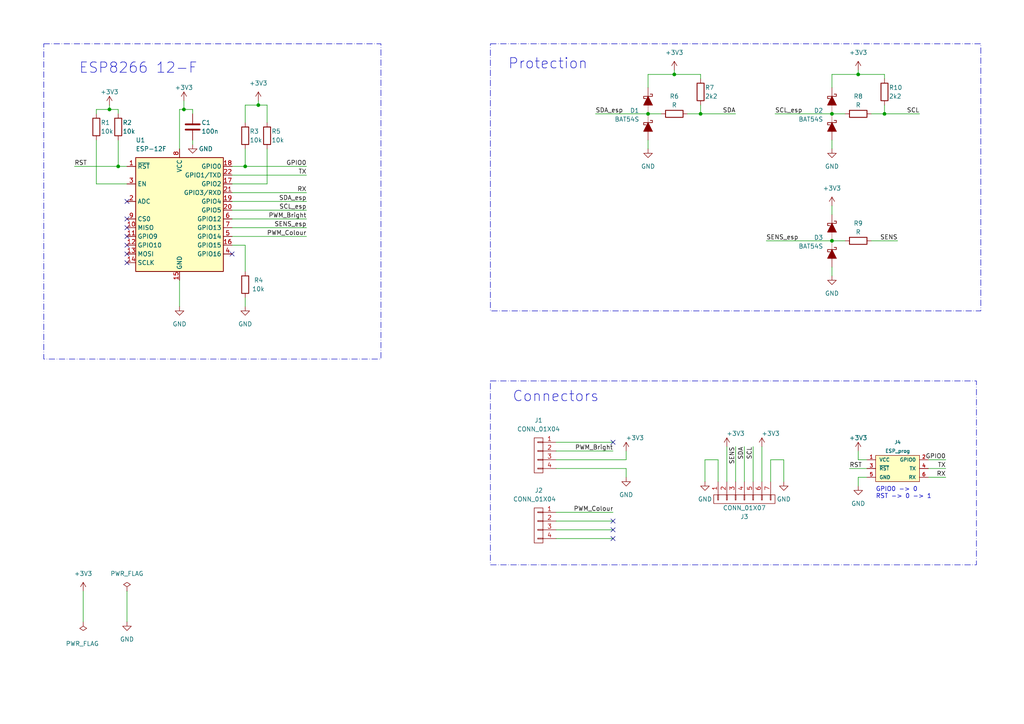
<source format=kicad_sch>
(kicad_sch (version 20230121) (generator eeschema)
  (paper "A4")
  (title_block (title "LVL Light Control Board + ESP8266 - 12F") (date "2023-06-11") (rev "2.0.0"))
  (lib_symbols
    (symbol "Device:C" (pin_numbers hide) (pin_names (offset 0.254))
      (property "Reference" "C" (at 0.635 2.54 0))
      (property "Value" "C" (at 0.635 -2.54 0))
      (symbol "C_0_1"
        (polyline (pts (xy -2.032 -0.762) (xy 2.032 -0.762)) (stroke (width 0.508)))
        (polyline (pts (xy -2.032 0.762) (xy 2.032 0.762)) (stroke (width 0.508)))
      )
      (symbol "C_1_1"
        (pin passive line (at 0 3.81 270) (length 2.794) (name "~") (number "1"))
        (pin passive line (at 0 -3.81 90) (length 2.794) (name "~") (number "2"))
      )
    )
    (symbol "Device:R" (pin_numbers hide) (pin_names (offset 0))
      (property "Reference" "R" (at 2.032 0 90))
      (property "Value" "R" (at 0 0 90))
      (symbol "R_0_1"
        (rectangle (start -1.016 -2.54) (end 1.016 2.54) (stroke (width 0.254)))
      )
      (symbol "R_1_1"
        (pin passive line (at 0 3.81 270) (length 1.27) (name "~") (number "1"))
        (pin passive line (at 0 -3.81 90) (length 1.27) (name "~") (number "2"))
      )
    )
    (symbol "RF_Module:ESP-12F"
      (property "Reference" "U" (at -12.7 19.05 0))
      (property "Value" "ESP-12F" (at 12.7 19.05 0))
      (symbol "ESP-12F_0_1"
        (rectangle (start -12.7 17.78) (end 12.7 -15.24) (stroke (width 0.254)) (fill (type background)))
      )
      (symbol "ESP-12F_1_1"
        (pin input line (at -15.24 15.24 0) (length 2.54) (name "~{RST}") (number "1"))
        (pin bidirectional line (at -15.24 -2.54 0) (length 2.54) (name "MISO") (number "10"))
        (pin bidirectional line (at -15.24 -5.08 0) (length 2.54) (name "GPIO9") (number "11"))
        (pin bidirectional line (at -15.24 -7.62 0) (length 2.54) (name "GPIO10") (number "12"))
        (pin bidirectional line (at -15.24 -10.16 0) (length 2.54) (name "MOSI") (number "13"))
        (pin bidirectional line (at -15.24 -12.7 0) (length 2.54) (name "SCLK") (number "14"))
        (pin power_in line (at 0 -17.78 90) (length 2.54) (name "GND") (number "15"))
        (pin bidirectional line (at 15.24 -7.62 180) (length 2.54) (name "GPIO15") (number "16"))
        (pin bidirectional line (at 15.24 10.16 180) (length 2.54) (name "GPIO2") (number "17"))
        (pin bidirectional line (at 15.24 15.24 180) (length 2.54) (name "GPIO0") (number "18"))
        (pin bidirectional line (at 15.24 5.08 180) (length 2.54) (name "GPIO4") (number "19"))
        (pin input line (at -15.24 5.08 0) (length 2.54) (name "ADC") (number "2"))
        (pin bidirectional line (at 15.24 2.54 180) (length 2.54) (name "GPIO5") (number "20"))
        (pin bidirectional line (at 15.24 7.62 180) (length 2.54) (name "GPIO3/RXD") (number "21"))
        (pin bidirectional line (at 15.24 12.7 180) (length 2.54) (name "GPIO1/TXD") (number "22"))
        (pin input line (at -15.24 10.16 0) (length 2.54) (name "EN") (number "3"))
        (pin bidirectional line (at 15.24 -10.16 180) (length 2.54) (name "GPIO16") (number "4"))
        (pin bidirectional line (at 15.24 -5.08 180) (length 2.54) (name "GPIO14") (number "5"))
        (pin bidirectional line (at 15.24 0 180) (length 2.54) (name "GPIO12") (number "6"))
        (pin bidirectional line (at 15.24 -2.54 180) (length 2.54) (name "GPIO13") (number "7"))
        (pin power_in line (at 0 20.32 270) (length 2.54) (name "VCC") (number "8"))
        (pin input line (at -15.24 0 0) (length 2.54) (name "CS0") (number "9"))
      )
    )
    (symbol "connectors:CONN_01X04" (pin_names (offset 1.016) hide)
      (property "Reference" "J" (at 0 6.35 0))
      (property "Value" "CONN_01X04" (at 2.54 0 90))
      (symbol "CONN_01X04_0_1"
        (rectangle (start -1.27 -3.683) (end 0.254 -3.937))
        (rectangle (start -1.27 -1.143) (end 0.254 -1.397))
        (rectangle (start -1.27 1.397) (end 0.254 1.143))
        (rectangle (start -1.27 3.937) (end 0.254 3.683))
        (rectangle (start -1.27 5.08) (end 1.27 -5.08))
      )
      (symbol "CONN_01X04_1_1"
        (pin passive line (at -5.08 3.81 0) (length 3.81) (name "P1") (number "1"))
        (pin passive line (at -5.08 1.27 0) (length 3.81) (name "P2") (number "2"))
        (pin passive line (at -5.08 -1.27 0) (length 3.81) (name "P3") (number "3"))
        (pin passive line (at -5.08 -3.81 0) (length 3.81) (name "P4") (number "4"))
      )
    )
    (symbol "connectors:CONN_01X07" (pin_names (offset 1.016) hide)
      (property "Reference" "J" (at 0 8.89 0))
      (property "Value" "CONN_01X07" (at 2.54 0 90))
      (symbol "CONN_01X07_0_1"
        (rectangle (start -1.27 -6.223) (end 0.254 -6.477))
        (rectangle (start -1.27 -3.683) (end 0.254 -3.937))
        (rectangle (start -1.27 -1.143) (end 0.254 -1.397))
        (rectangle (start -1.27 1.397) (end 0.254 1.143))
        (rectangle (start -1.27 3.937) (end 0.254 3.683))
        (rectangle (start -1.27 6.477) (end 0.254 6.223))
      )
      (symbol "CONN_01X07_1_1"
        (rectangle (start -1.27 -8.763) (end 0.254 -9.017))
        (rectangle (start -1.27 7.62) (end 1.27 -10.16))
        (pin passive line (at -5.08 6.35 0) (length 3.81) (name "P1") (number "1"))
        (pin passive line (at -5.08 3.81 0) (length 3.81) (name "P2") (number "2"))
        (pin passive line (at -5.08 1.27 0) (length 3.81) (name "P3") (number "3"))
        (pin passive line (at -5.08 -1.27 0) (length 3.81) (name "P4") (number "4"))
        (pin passive line (at -5.08 -3.81 0) (length 3.81) (name "P5") (number "5"))
        (pin passive line (at -5.08 -6.35 0) (length 3.81) (name "6") (number "6"))
        (pin passive line (at -5.08 -8.89 0) (length 3.81) (name "7") (number "7"))
      )
    )
    (symbol "diode_fast:BAT54S" (pin_numbers hide) (pin_names (offset 1.016) hide)
      (property "Reference" "D" (at 0 -6.35 0))
      (property "Value" "BAT54S" (at 0 -3.81 0))
      (symbol "BAT54S_0_1"
        (polyline (pts (xy -2.54 0) (xy -5.08 0)))
        (polyline (pts (xy 0 0) (xy 2.54 0)) (stroke (width 0.0005)))
        (polyline (pts (xy 5.08 0) (xy 2.54 0)))
        (polyline (pts (xy -2.54 0) (xy 0 0) (xy 0 0)) (stroke (width 0.0005)))
        (polyline (pts (xy -2.54 1.27) (xy -2.54 -1.27) (xy -5.08 0) (xy -2.54 1.27)) (stroke (width 0.2032)) (fill (type outline)))
        (polyline (pts (xy 5.08 1.27) (xy 5.08 -1.27) (xy 2.54 0) (xy 5.08 1.27)) (stroke (width 0.2032)) (fill (type outline)))
        (polyline (pts (xy -5.715 0.635) (xy -5.715 1.27) (xy -5.08 1.27) (xy -5.08 -1.27) (xy -4.445 -1.27) (xy -4.445 -0.635)) (stroke (width 0.2032)))
        (polyline (pts (xy 1.905 0.635) (xy 1.905 1.27) (xy 2.54 1.27) (xy 2.54 -1.27) (xy 3.175 -1.27) (xy 3.175 -0.635)) (stroke (width 0.2032)))
        (circle (center 0 0) (radius 0.127) (stroke (width 0.3)))
      )
      (symbol "BAT54S_1_1"
        (pin passive line (at 7.62 0 180) (length 2.54) (name "A") (number "1"))
        (pin passive line (at -7.62 0 0) (length 2.54) (name "C") (number "2"))
        (pin passive line (at 0 0 270) (length 0) (name "C") (number "3"))
      )
    )
    (symbol "others:ESP_prog" (pin_names (offset 1.016))
      (property "Reference" "J" (at -6.35 -5.08 0))
      (property "Value" "ESP_prog" (at 0 5.08 0))
      (symbol "ESP_prog_0_1"
        (rectangle (start -6.35 3.81) (end 6.35 -3.81) (fill (type background)))
      )
      (symbol "ESP_prog_1_1"
        (pin passive line (at -8.89 2.54 0) (length 2.54) (name "VCC") (number "1"))
        (pin passive line (at 8.89 2.54 180) (length 2.54) (name "GPIO0") (number "2"))
        (pin passive line (at -8.89 0 0) (length 2.54) (name "~{RST}") (number "3"))
        (pin passive line (at 8.89 0 180) (length 2.54) (name "TX") (number "4"))
        (pin passive line (at -8.89 -2.54 0) (length 2.54) (name "GND") (number "5"))
        (pin passive line (at 8.89 -2.54 180) (length 2.54) (name "RX") (number "6"))
      )
    )
    (symbol "power:+3V3" (power) (pin_names (offset 0))
      (property "Value" "+3V3" (at 0 3.556 0))
      (symbol "+3V3_0_1"
        (polyline (pts (xy -0.762 1.27) (xy 0 2.54)))
        (polyline (pts (xy 0 0) (xy 0 2.54)))
        (polyline (pts (xy 0 2.54) (xy 0.762 1.27)))
      )
      (symbol "+3V3_1_1"
        (pin power_in line (at 0 0 90) (length 0) hide (name "+3V3") (number "1"))
      )
    )
    (symbol "power:GND" (power) (pin_names (offset 0))
      (property "Value" "GND" (at 0 -3.81 0))
      (symbol "GND_0_1"
        (polyline (pts (xy 0 0) (xy 0 -1.27) (xy 1.27 -1.27) (xy 0 -2.54) (xy -1.27 -1.27) (xy 0 -1.27)))
      )
      (symbol "GND_1_1"
        (pin power_in line (at 0 0 270) (length 0) hide (name "GND") (number "1"))
      )
    )
    (symbol "power:PWR_FLAG" (power) (pin_numbers hide) (pin_names (offset 0) hide)
      (property "Value" "PWR_FLAG" (at 0 3.81 0))
      (symbol "PWR_FLAG_0_0"
        (pin power_out line (at 0 0 90) (length 0) (name "pwr") (number "1"))
      )
      (symbol "PWR_FLAG_0_1"
        (polyline (pts (xy 0 0) (xy 0 1.27) (xy -1.016 1.905) (xy 0 2.54) (xy 1.016 1.905) (xy 0 1.27)))
      )
    )
    (symbol "resistors_0603:10k" (pin_numbers hide) (pin_names (offset 0))
      (property "Reference" "R" (at 0 2.032 0))
      (property "Value" "10k" (at 0 0 0))
      (symbol "10k_0_1"
        (rectangle (start 2.54 -1.016) (end -2.54 1.016) (stroke (width 0.254)))
      )
      (symbol "10k_1_1"
        (pin passive line (at -3.81 0 0) (length 1.27) (name "~") (number "1"))
        (pin passive line (at 3.81 0 180) (length 1.27) (name "~") (number "2"))
      )
    )
  )
  (junction (at 74.93 30.48))
  (junction (at 203.2 33.02))
  (junction (at 31.75 31.75))
  (junction (at 241.3 33.02))
  (junction (at 34.29 48.26))
  (junction (at 195.58 21.59))
  (junction (at 71.12 48.26))
  (junction (at 53.34 31.75))
  (junction (at 241.3 69.85))
  (junction (at 187.96 33.02))
  (junction (at 256.54 33.02))
  (junction (at 248.92 21.59))
  (no_connect (at 177.8 156.21))
  (no_connect (at 177.8 153.67))
  (no_connect (at 177.8 151.13))
  (no_connect (at 177.8 128.27))
  (no_connect (at 67.31 73.66))
  (no_connect (at 36.83 71.12))
  (no_connect (at 36.83 66.04))
  (no_connect (at 36.83 73.66))
  (no_connect (at 36.83 58.42))
  (no_connect (at 36.83 76.2))
  (no_connect (at 36.83 68.58))
  (no_connect (at 36.83 63.5))
  (wire (pts (xy 248.92 138.43) (xy 251.46 138.43)))
  (wire (pts (xy 215.9 129.54) (xy 215.9 139.7)))
  (wire (pts (xy 161.29 156.21) (xy 177.8 156.21)))
  (wire (pts (xy 36.83 171.45) (xy 36.83 180.34)))
  (wire (pts (xy 67.31 53.34) (xy 77.47 53.34)))
  (wire (pts (xy 161.29 135.89) (xy 181.61 135.89)))
  (wire (pts (xy 52.07 81.28) (xy 52.07 88.9)))
  (wire (pts (xy 251.46 133.35) (xy 248.92 133.35)))
  (wire (pts (xy 67.31 60.96) (xy 88.9 60.96)))
  (wire (pts (xy 55.88 33.02) (xy 55.88 31.75)))
  (wire (pts (xy 208.28 133.35) (xy 204.47 133.35)))
  (wire (pts (xy 269.24 138.43) (xy 274.32 138.43)))
  (wire (pts (xy 34.29 48.26) (xy 36.83 48.26)))
  (wire (pts (xy 27.94 33.02) (xy 27.94 31.75)))
  (wire (pts (xy 161.29 130.81) (xy 177.8 130.81)))
  (wire (pts (xy 224.79 33.02) (xy 241.3 33.02)))
  (wire (pts (xy 27.94 53.34) (xy 36.83 53.34)))
  (wire (pts (xy 31.75 31.75) (xy 34.29 31.75)))
  (wire (pts (xy 181.61 135.89) (xy 181.61 138.43)))
  (wire (pts (xy 199.39 33.02) (xy 203.2 33.02)))
  (wire (pts (xy 161.29 151.13) (xy 177.8 151.13)))
  (wire (pts (xy 161.29 153.67) (xy 177.8 153.67)))
  (wire (pts (xy 227.33 133.35) (xy 227.33 139.7)))
  (wire (pts (xy 213.36 129.54) (xy 213.36 139.7)))
  (wire (pts (xy 21.59 48.26) (xy 34.29 48.26)))
  (wire (pts (xy 161.29 133.35) (xy 181.61 133.35)))
  (wire (pts (xy 223.52 139.7) (xy 223.52 133.35)))
  (wire (pts (xy 27.94 40.64) (xy 27.94 53.34)))
  (wire (pts (xy 241.3 40.64) (xy 241.3 43.18)))
  (wire (pts (xy 256.54 30.48) (xy 256.54 33.02)))
  (wire (pts (xy 256.54 33.02) (xy 266.7 33.02)))
  (wire (pts (xy 241.3 77.47) (xy 241.3 80.01)))
  (wire (pts (xy 241.3 21.59) (xy 248.92 21.59)))
  (wire (pts (xy 74.93 29.21) (xy 74.93 30.48)))
  (wire (pts (xy 55.88 40.64) (xy 55.88 41.91)))
  (wire (pts (xy 210.82 129.54) (xy 210.82 139.7)))
  (wire (pts (xy 187.96 21.59) (xy 187.96 25.4)))
  (wire (pts (xy 71.12 48.26) (xy 71.12 43.18)))
  (wire (pts (xy 256.54 21.59) (xy 256.54 22.86)))
  (wire (pts (xy 195.58 21.59) (xy 203.2 21.59)))
  (wire (pts (xy 67.31 63.5) (xy 88.9 63.5)))
  (wire (pts (xy 71.12 30.48) (xy 71.12 35.56)))
  (wire (pts (xy 77.47 30.48) (xy 77.47 35.56)))
  (wire (pts (xy 71.12 48.26) (xy 88.9 48.26)))
  (wire (pts (xy 67.31 55.88) (xy 88.9 55.88)))
  (wire (pts (xy 67.31 66.04) (xy 88.9 66.04)))
  (wire (pts (xy 53.34 31.75) (xy 55.88 31.75)))
  (wire (pts (xy 31.75 30.48) (xy 31.75 31.75)))
  (wire (pts (xy 269.24 133.35) (xy 274.32 133.35)))
  (wire (pts (xy 27.94 31.75) (xy 31.75 31.75)))
  (wire (pts (xy 24.13 171.45) (xy 24.13 180.34)))
  (wire (pts (xy 181.61 130.81) (xy 181.61 133.35)))
  (wire (pts (xy 195.58 20.32) (xy 195.58 21.59)))
  (wire (pts (xy 218.44 129.54) (xy 218.44 139.7)))
  (wire (pts (xy 252.73 69.85) (xy 260.35 69.85)))
  (wire (pts (xy 34.29 40.64) (xy 34.29 48.26)))
  (wire (pts (xy 53.34 29.21) (xy 53.34 31.75)))
  (wire (pts (xy 241.3 33.02) (xy 245.11 33.02)))
  (wire (pts (xy 67.31 71.12) (xy 71.12 71.12)))
  (wire (pts (xy 220.98 129.54) (xy 220.98 139.7)))
  (wire (pts (xy 222.25 69.85) (xy 241.3 69.85)))
  (wire (pts (xy 67.31 50.8) (xy 88.9 50.8)))
  (wire (pts (xy 187.96 40.64) (xy 187.96 43.18)))
  (wire (pts (xy 172.72 33.02) (xy 187.96 33.02)))
  (wire (pts (xy 241.3 59.69) (xy 241.3 62.23)))
  (wire (pts (xy 161.29 148.59) (xy 177.8 148.59)))
  (wire (pts (xy 241.3 21.59) (xy 241.3 25.4)))
  (wire (pts (xy 52.07 31.75) (xy 52.07 43.18)))
  (wire (pts (xy 161.29 128.27) (xy 177.8 128.27)))
  (wire (pts (xy 252.73 33.02) (xy 256.54 33.02)))
  (wire (pts (xy 71.12 71.12) (xy 71.12 78.74)))
  (wire (pts (xy 67.31 48.26) (xy 71.12 48.26)))
  (wire (pts (xy 203.2 21.59) (xy 203.2 22.86)))
  (wire (pts (xy 248.92 130.81) (xy 248.92 133.35)))
  (wire (pts (xy 77.47 30.48) (xy 74.93 30.48)))
  (wire (pts (xy 67.31 58.42) (xy 88.9 58.42)))
  (wire (pts (xy 34.29 33.02) (xy 34.29 31.75)))
  (wire (pts (xy 223.52 133.35) (xy 227.33 133.35)))
  (wire (pts (xy 52.07 31.75) (xy 53.34 31.75)))
  (wire (pts (xy 246.38 135.89) (xy 251.46 135.89)))
  (wire (pts (xy 248.92 20.32) (xy 248.92 21.59)))
  (wire (pts (xy 203.2 33.02) (xy 213.36 33.02)))
  (wire (pts (xy 204.47 133.35) (xy 204.47 139.7)))
  (wire (pts (xy 71.12 86.36) (xy 71.12 88.9)))
  (wire (pts (xy 77.47 53.34) (xy 77.47 43.18)))
  (wire (pts (xy 74.93 30.48) (xy 71.12 30.48)))
  (wire (pts (xy 248.92 21.59) (xy 256.54 21.59)))
  (wire (pts (xy 187.96 33.02) (xy 191.77 33.02)))
  (wire (pts (xy 269.24 135.89) (xy 274.32 135.89)))
  (wire (pts (xy 67.31 68.58) (xy 88.9 68.58)))
  (wire (pts (xy 208.28 139.7) (xy 208.28 133.35)))
  (wire (pts (xy 203.2 30.48) (xy 203.2 33.02)))
  (wire (pts (xy 187.96 21.59) (xy 195.58 21.59)))
  (wire (pts (xy 241.3 69.85) (xy 245.11 69.85)))
  (wire (pts (xy 248.92 140.97) (xy 248.92 138.43)))
  (rectangle (start 142.24 12.7) (end 284.48 90.17) (stroke (width 0) (type dash_dot)))
  (rectangle (start 12.7 12.7) (end 110.49 104.14) (stroke (width 0) (type dash_dot)))
  (rectangle (start 142.24 110.49) (end 283.21 163.83) (stroke (width 0) (type dash_dot)))
  (text "Connectors" (at 148.59 116.84 0) (effects (font (size 3 3)) (justify left bottom)))
  (text "GPIO0 -> 0\nRST -> 0 -> 1" (at 254 144.78 0) (effects (font (size 1.27 1.27)) (justify left bottom)))
  (text "Protection" (at 147.32 20.32 0) (effects (font (size 3 3)) (justify left bottom)))
  (text "ESP8266 12-F" (at 22.86 21.59 0) (effects (font (size 3 3)) (justify left bottom)))
  (label "SCL_esp" (at 224.79 33.02 0))
  (label "SDA_esp" (at 172.72 33.02 0))
  (label "SDA" (at 215.9 129.54 270))
  (label "SCL_esp" (at 88.9 60.96 180))
  (label "SCL" (at 218.44 129.54 270))
  (label "SENS" (at 260.35 69.85 180))
  (label "RST" (at 21.59 48.26 0))
  (label "GPIO0" (at 88.9 48.26 180))
  (label "SENS_esp" (at 222.25 69.85 0))
  (label "RX" (at 88.9 55.88 180))
  (label "TX" (at 274.32 135.89 180))
  (label "PWM_Colour" (at 88.9 68.58 180))
  (label "SENS" (at 213.36 129.54 270))
  (label "PWM_Bright" (at 177.8 130.81 180))
  (label "PWM_Bright" (at 88.9 63.5 180))
  (label "TX" (at 88.9 50.8 180))
  (label "RST" (at 246.38 135.89 0))
  (label "SENS_esp" (at 88.9 66.04 180))
  (label "SDA" (at 213.36 33.02 180))
  (label "RX" (at 274.32 138.43 180))
  (label "GPIO0" (at 274.32 133.35 180))
  (label "SCL" (at 266.7 33.02 180))
  (label "PWM_Colour" (at 166.37 148.59 0))
  (label "SDA_esp" (at 88.9 58.42 180))
  (symbol (lib_id "Device:R") (at 195.58 33.02 90) (unit 1)
    (property "Reference" "R6" (at 195.58 27.94 90))
    (property "Value" "R" (at 195.58 30.48 90))
    (property "Footprint" "Resistor_SMD:R_0603_1608Metric" (effects hide))
  )
  (symbol (lib_id "resistors_0603:10k") (at 71.12 39.37 90) (unit 1)
    (property "Reference" "R3" (at 72.39 38.1 90) (effects (justify right)))
    (property "Value" "10k" (at 72.39 40.64 90) (effects (justify right)))
    (property "Footprint" "Resistor_SMD:R_0603_1608Metric" (effects hide))
    (property "V1" "1" (effects hide))
    (property "V2" "1" (effects hide))
    (property "V3" "1" (effects hide))
    (property "V4" "1" (effects hide))
    (property "V5" "1" (effects hide))
    (property "PN" "RC0603FR-0710KL" (effects hide))
  )
  (symbol (lib_id "resistors_0603:10k") (at 71.12 82.55 270) (unit 1)
    (property "Reference" "R4" (at 73.66 81.28 90) (effects (justify left)))
    (property "Value" "10k" (at 74.93 83.82 90))
    (property "Footprint" "Resistor_SMD:R_0603_1608Metric" (effects hide))
    (property "V1" "1" (effects hide))
    (property "V2" "1" (effects hide))
    (property "V3" "1" (effects hide))
    (property "V4" "1" (effects hide))
    (property "V5" "1" (effects hide))
    (property "PN" "RC0603FR-0710KL" (effects hide))
  )
  (symbol (lib_id "power:PWR_FLAG") (at 24.13 180.34 180) (unit 1)
    (property "Reference" "#FLG01" (effects hide))
    (property "Value" "PWR_FLAG" (at 19.05 186.69 0) (effects (justify right)))
  )
  (symbol (lib_id "power:GND") (at 204.47 139.7 0) (mirror y) (unit 1)
    (property "Reference" "#PWR013" (effects hide))
    (property "Value" "GND" (at 204.47 144.78 0))
  )
  (symbol (lib_id "power:GND") (at 241.3 43.18 0) (unit 1)
    (property "Reference" "#PWR017" (effects hide))
    (property "Value" "GND" (at 241.3 48.26 0))
  )
  (symbol (lib_id "power:GND") (at 52.07 88.9 0) (unit 1)
    (property "Reference" "#PWR04" (effects hide))
    (property "Value" "GND" (at 52.07 93.98 0))
  )
  (symbol (lib_id "power:+3V3") (at 181.61 130.81 0) (mirror y) (unit 1)
    (property "Reference" "#PWR09" (effects hide))
    (property "Value" "+3V3" (at 184.15 127 0))
  )
  (symbol (lib_id "Device:R") (at 248.92 33.02 90) (unit 1)
    (property "Reference" "R8" (at 248.92 27.94 90))
    (property "Value" "R" (at 248.92 30.48 90))
    (property "Footprint" "Resistor_SMD:R_0603_1608Metric" (effects hide))
  )
  (symbol (lib_id "power:GND") (at 241.3 80.01 0) (unit 1)
    (property "Reference" "#PWR019" (effects hide))
    (property "Value" "GND" (at 241.3 85.09 0))
  )
  (symbol (lib_id "power:+3V3") (at 220.98 129.54 0) (mirror y) (unit 1)
    (property "Reference" "#PWR015" (effects hide))
    (property "Value" "+3V3" (at 223.52 125.73 0))
  )
  (symbol (lib_id "power:+3V3") (at 210.82 129.54 0) (mirror y) (unit 1)
    (property "Reference" "#PWR014" (effects hide))
    (property "Value" "+3V3" (at 213.36 125.73 0))
  )
  (symbol (lib_id "Device:R") (at 34.29 36.83 0) (unit 1)
    (property "Reference" "R2" (at 35.56 35.56 0) (effects (justify left)))
    (property "Value" "10k" (at 35.56 38.1 0) (effects (justify left)))
    (property "Footprint" "Resistor_SMD:R_0603_1608Metric" (effects hide))
  )
  (symbol (lib_id "power:+3V3") (at 248.92 130.81 0) (unit 1)
    (property "Reference" "#PWR021" (effects hide))
    (property "Value" "+3V3" (at 248.92 127 0))
  )
  (symbol (lib_id "diode_fast:BAT54S") (at 241.3 69.85 270) (unit 1)
    (property "Reference" "D3" (at 238.76 68.8975 90) (effects (justify right)))
    (property "Value" "BAT54S" (at 238.76 71.4375 90) (effects (justify right)))
    (property "Footprint" "Package_TO_SOT_SMD:SOT-23" (effects hide))
    (property "V1" "1" (effects hide))
    (property "V2" "1" (effects hide))
    (property "V3" "1" (effects hide))
    (property "V4" "1" (effects hide))
    (property "V5" "1" (effects hide))
    (property "PN" "BAT54S" (effects hide))
  )
  (symbol (lib_id "diode_fast:BAT54S") (at 241.3 33.02 270) (unit 1)
    (property "Reference" "D2" (at 238.76 32.0675 90) (effects (justify right)))
    (property "Value" "BAT54S" (at 238.76 34.6075 90) (effects (justify right)))
    (property "Footprint" "Package_TO_SOT_SMD:SOT-23" (effects hide))
    (property "V1" "1" (effects hide))
    (property "V2" "1" (effects hide))
    (property "V3" "1" (effects hide))
    (property "V4" "1" (effects hide))
    (property "V5" "1" (effects hide))
    (property "PN" "BAT54S" (effects hide))
  )
  (symbol (lib_id "diode_fast:BAT54S") (at 187.96 33.02 270) (unit 1)
    (property "Reference" "D1" (at 185.42 32.0675 90) (effects (justify right)))
    (property "Value" "BAT54S" (at 185.42 34.6075 90) (effects (justify right)))
    (property "Footprint" "Package_TO_SOT_SMD:SOT-23" (effects hide))
    (property "V1" "1" (effects hide))
    (property "V2" "1" (effects hide))
    (property "V3" "1" (effects hide))
    (property "V4" "1" (effects hide))
    (property "V5" "1" (effects hide))
    (property "PN" "BAT54S" (effects hide))
  )
  (symbol (lib_id "power:GND") (at 248.92 140.97 0) (unit 1)
    (property "Reference" "#PWR022" (effects hide))
    (property "Value" "GND" (at 248.92 146.05 0))
  )
  (symbol (lib_id "power:GND") (at 36.83 180.34 0) (unit 1)
    (property "Reference" "#PWR03" (effects hide))
    (property "Value" "GND" (at 36.83 185.42 0))
  )
  (symbol (lib_id "others:ESP_prog") (at 260.35 135.89 0) (unit 1)
    (property "Reference" "J4" (at 260.35 128.27 0) (effects (font (size 1.016 1.016))))
    (property "Value" "ESP_prog" (at 260.35 130.81 0) (effects (font (size 1.016 1.016))))
    (property "Footprint" "Connectors:Tag-Connect_TC2030-IDC-NL" (effects hide))
    (property "V1" "0" (effects hide))
    (property "V2" "0" (effects hide))
    (property "V3" "0" (effects hide))
    (property "V4" "0" (effects hide))
    (property "V5" "0" (effects hide))
    (property "PN" "TC2030" (effects hide))
  )
  (symbol (lib_id "connectors:CONN_01X04") (at 156.21 152.4 0) (mirror y) (unit 1)
    (property "Reference" "J2" (at 157.48 142.24 0) (effects (justify left)))
    (property "Value" "CONN_01X04" (at 161.29 144.78 0) (effects (justify left)))
    (property "Footprint" "Connector_PinHeader_2.54mm:PinHeader_1x04_P2.54mm_Vertical" (effects hide))
    (property "V1" "1" (effects hide))
    (property "V2" "1" (effects hide))
    (property "V3" "1" (effects hide))
    (property "V4" "1" (effects hide))
    (property "V5" "1" (effects hide))
    (property "PN" "PN" (effects hide))
  )
  (symbol (lib_id "Device:C") (at 55.88 36.83 0) (unit 1)
    (property "Reference" "C1" (at 58.42 35.56 0) (effects (justify left)))
    (property "Value" "100n" (at 58.42 38.1 0) (effects (justify left)))
    (property "Footprint" "Capacitor_SMD:C_0603_1608Metric" (effects hide))
  )
  (symbol (lib_id "power:+3V3") (at 241.3 59.69 0) (unit 1)
    (property "Reference" "#PWR018" (effects hide))
    (property "Value" "+3V3" (at 241.3 54.61 0))
  )
  (symbol (lib_id "power:GND") (at 181.61 138.43 0) (unit 1)
    (property "Reference" "#PWR010" (effects hide))
    (property "Value" "GND" (at 181.61 143.51 0))
  )
  (symbol (lib_id "power:+3V3") (at 53.34 29.21 0) (unit 1)
    (property "Reference" "#PWR05" (effects hide))
    (property "Value" "+3V3" (at 53.34 25.4 0))
  )
  (symbol (lib_id "power:PWR_FLAG") (at 36.83 171.45 0) (unit 1)
    (property "Reference" "#FLG02" (effects hide))
    (property "Value" "PWR_FLAG" (at 36.83 166.37 0))
  )
  (symbol (lib_id "resistors_0603:10k") (at 77.47 39.37 90) (unit 1)
    (property "Reference" "R5" (at 78.74 38.1 90) (effects (justify right)))
    (property "Value" "10k" (at 78.74 40.64 90) (effects (justify right)))
    (property "Footprint" "Resistor_SMD:R_0603_1608Metric" (effects hide))
    (property "V1" "1" (effects hide))
    (property "V2" "1" (effects hide))
    (property "V3" "1" (effects hide))
    (property "V4" "1" (effects hide))
    (property "V5" "1" (effects hide))
    (property "PN" "RC0603FR-0710KL" (effects hide))
  )
  (symbol (lib_id "power:+3V3") (at 74.93 29.21 0) (unit 1)
    (property "Reference" "#PWR08" (effects hide))
    (property "Value" "+3V3" (at 74.93 24.13 0))
  )
  (symbol (lib_id "resistors_0603:10k") (at 203.2 26.67 90) (unit 1)
    (property "Reference" "R7" (at 204.47 25.4 90) (effects (justify right)))
    (property "Value" "2k2" (at 204.47 27.94 90) (effects (justify right)))
    (property "Footprint" "Resistor_SMD:R_0603_1608Metric" (effects hide))
    (property "V1" "1" (effects hide))
    (property "V2" "1" (effects hide))
    (property "V3" "1" (effects hide))
    (property "V4" "1" (effects hide))
    (property "V5" "1" (effects hide))
    (property "PN" "RC0603FR-0710KL" (effects hide))
  )
  (symbol (lib_id "power:+3V3") (at 24.13 171.45 0) (unit 1)
    (property "Reference" "#PWR01" (effects hide))
    (property "Value" "+3V3" (at 24.13 166.37 0))
  )
  (symbol (lib_id "power:+3V3") (at 195.58 20.32 0) (unit 1)
    (property "Reference" "#PWR012" (effects hide))
    (property "Value" "+3V3" (at 195.58 15.24 0))
  )
  (symbol (lib_id "power:+3V3") (at 31.75 30.48 0) (unit 1)
    (property "Reference" "#PWR02" (effects hide))
    (property "Value" "+3V3" (at 31.75 26.67 0))
  )
  (symbol (lib_id "Device:R") (at 27.94 36.83 0) (unit 1)
    (property "Reference" "R1" (at 29.21 35.56 0) (effects (justify left)))
    (property "Value" "10k" (at 29.21 38.1 0) (effects (justify left)))
    (property "Footprint" "Resistor_SMD:R_0603_1608Metric" (effects hide))
  )
  (symbol (lib_id "power:GND") (at 71.12 88.9 0) (unit 1)
    (property "Reference" "#PWR07" (effects hide))
    (property "Value" "GND" (at 71.12 93.98 0))
  )
  (symbol (lib_id "power:GND") (at 55.88 41.91 0) (unit 1)
    (property "Reference" "#PWR06" (effects hide))
    (property "Value" "GND" (at 59.69 43.18 0))
  )
  (symbol (lib_id "power:GND") (at 187.96 43.18 0) (unit 1)
    (property "Reference" "#PWR011" (effects hide))
    (property "Value" "GND" (at 187.96 48.26 0))
  )
  (symbol (lib_id "power:+3V3") (at 248.92 20.32 0) (unit 1)
    (property "Reference" "#PWR020" (effects hide))
    (property "Value" "+3V3" (at 248.92 15.24 0))
  )
  (symbol (lib_id "connectors:CONN_01X04") (at 156.21 132.08 0) (mirror y) (unit 1)
    (property "Reference" "J1" (at 156.21 121.92 0))
    (property "Value" "CONN_01X04" (at 156.21 124.46 0))
    (property "Footprint" "Connector_PinHeader_2.54mm:PinHeader_1x04_P2.54mm_Vertical" (effects hide))
    (property "V1" "1" (effects hide))
    (property "V2" "1" (effects hide))
    (property "V3" "1" (effects hide))
    (property "V4" "1" (effects hide))
    (property "V5" "1" (effects hide))
    (property "PN" "PN" (effects hide))
  )
  (symbol (lib_id "power:GND") (at 227.33 139.7 0) (mirror y) (unit 1)
    (property "Reference" "#PWR016" (effects hide))
    (property "Value" "GND" (at 227.33 144.78 0))
  )
  (symbol (lib_id "Device:R") (at 248.92 69.85 90) (unit 1)
    (property "Reference" "R9" (at 248.92 64.77 90))
    (property "Value" "R" (at 248.92 67.31 90))
    (property "Footprint" "Resistor_SMD:R_0603_1608Metric" (effects hide))
  )
  (symbol (lib_id "connectors:CONN_01X07") (at 214.63 144.78 90) (mirror x) (unit 1)
    (property "Reference" "J3" (at 215.9 149.86 90))
    (property "Value" "CONN_01X07" (at 215.9 147.32 90))
    (property "Footprint" "Connector_PinHeader_2.54mm:PinHeader_1x07_P2.54mm_Vertical" (effects hide))
    (property "V1" "1" (effects hide))
    (property "V2" "1" (effects hide))
    (property "V3" "1" (effects hide))
    (property "V4" "1" (effects hide))
    (property "V5" "1" (effects hide))
    (property "PN" "PN" (effects hide))
  )
  (symbol (lib_id "RF_Module:ESP-12F") (at 52.07 63.5 0) (unit 1)
    (property "Reference" "U1" (at 39.37 40.64 0) (effects (justify left)))
    (property "Value" "ESP-12F" (at 39.37 43.18 0) (effects (justify left)))
    (property "Footprint" "RF_Module:ESP-12E" (effects hide))
    (property "Datasheet" "http://wiki.ai-thinker.com/_media/esp8266/esp8266_series_modules_user_manual_v1.1.pdf" (effects hide))
  )
  (symbol (lib_id "resistors_0603:10k") (at 256.54 26.67 90) (unit 1)
    (property "Reference" "R10" (at 257.81 25.4 90) (effects (justify right)))
    (property "Value" "2k2" (at 257.81 27.94 90) (effects (justify right)))
    (property "Footprint" "Resistor_SMD:R_0603_1608Metric" (effects hide))
    (property "V1" "1" (effects hide))
    (property "V2" "1" (effects hide))
    (property "V3" "1" (effects hide))
    (property "V4" "1" (effects hide))
    (property "V5" "1" (effects hide))
    (property "PN" "RC0603FR-0710KL" (effects hide))
  )
)
</source>
